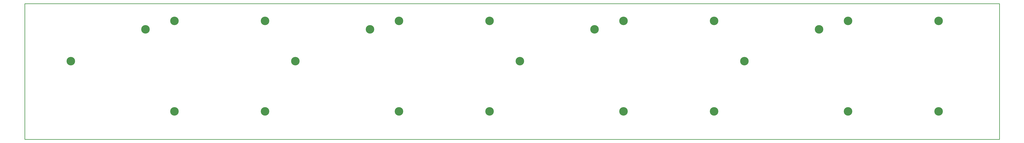
<source format=gbr>
G04 start of page 12 for group -4062 idx -4062 *
G04 Title: (unknown), soldermask *
G04 Creator: pcb 20110918 *
G04 CreationDate: Wed 25 May 2016 01:59:12 PM GMT UTC *
G04 For: rz *
G04 Format: Gerber/RS-274X *
G04 PCB-Dimensions: 1692913 236220 *
G04 PCB-Coordinate-Origin: lower left *
%MOIN*%
%FSLAX25Y25*%
%LNBOTTOMMASK*%
%ADD67C,0.1480*%
%ADD66C,0.0100*%
G54D66*X0Y236220D02*Y220D01*
X1693000D01*
Y236220D01*
X0D01*
G54D67*X260000Y206220D03*
X417500Y48720D03*
Y206220D03*
X470000Y136220D03*
X80000D03*
X209900Y191320D03*
X260000Y48720D03*
X599900Y191320D03*
X989900D03*
X1379900D03*
X650000Y206220D03*
X807500D03*
X1040000D03*
X1197500D03*
X1430000D03*
X1587500D03*
X650000Y48720D03*
X1040000D03*
X1197500D03*
X1430000D03*
X1587500D03*
X807500D03*
X860000Y136220D03*
X1250000D03*
M02*

</source>
